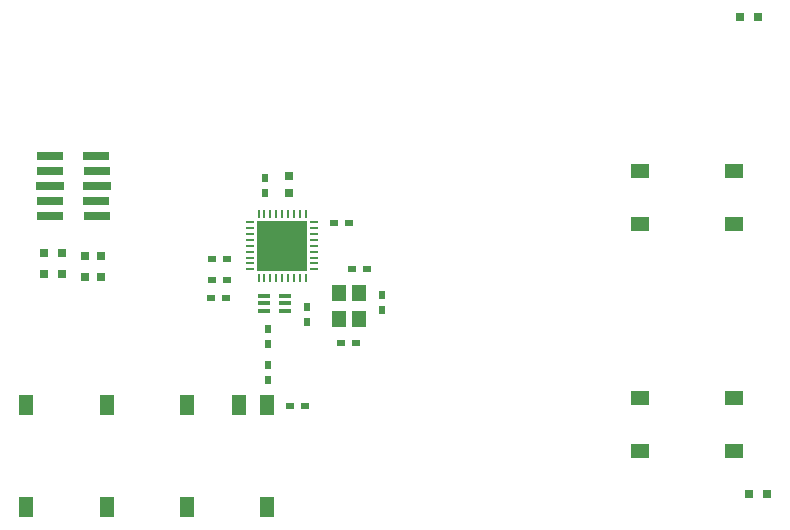
<source format=gbp>
*%FSLAX23Y23*%
*%MOIN*%
G01*
%ADD11C,0.000*%
%ADD12C,0.001*%
%ADD13C,0.002*%
%ADD14C,0.006*%
%ADD15C,0.007*%
%ADD16C,0.007*%
%ADD17C,0.008*%
%ADD18C,0.010*%
%ADD19C,0.012*%
%ADD20C,0.015*%
%ADD21C,0.018*%
%ADD22C,0.022*%
%ADD23C,0.024*%
%ADD24C,0.025*%
%ADD25C,0.029*%
%ADD26C,0.031*%
%ADD27C,0.031*%
%ADD28C,0.035*%
%ADD29C,0.035*%
%ADD30C,0.039*%
%ADD31C,0.039*%
%ADD32C,0.046*%
%ADD33C,0.047*%
%ADD34C,0.050*%
%ADD35C,0.051*%
%ADD36C,0.051*%
%ADD37C,0.054*%
%ADD38C,0.055*%
%ADD39C,0.058*%
%ADD40C,0.059*%
%ADD41C,0.059*%
%ADD42C,0.062*%
%ADD43C,0.067*%
%ADD44C,0.070*%
%ADD45C,0.074*%
%ADD46C,0.100*%
%ADD47C,0.108*%
%ADD48C,0.108*%
%ADD49C,0.120*%
%ADD50C,0.128*%
%ADD51C,0.128*%
%ADD52C,0.190*%
%ADD53C,0.194*%
%ADD54C,0.236*%
%ADD55C,0.240*%
%ADD56R,0.011X0.030*%
%ADD57R,0.012X0.030*%
%ADD58R,0.012X0.057*%
%ADD59R,0.014X0.033*%
%ADD60R,0.015X0.034*%
%ADD61R,0.016X0.034*%
%ADD62R,0.016X0.061*%
%ADD63R,0.018X0.037*%
%ADD64R,0.020X0.025*%
%ADD65R,0.021X0.021*%
%ADD66R,0.024X0.029*%
%ADD67R,0.025X0.020*%
%ADD68R,0.029X0.024*%
%ADD69R,0.030X0.011*%
%ADD70R,0.030X0.030*%
%ADD71R,0.031X0.031*%
%ADD72R,0.033X0.014*%
%ADD73R,0.034X0.015*%
%ADD74R,0.034X0.034*%
%ADD75R,0.035X0.035*%
%ADD76R,0.037X0.014*%
%ADD77R,0.037X0.018*%
%ADD78R,0.039X0.055*%
%ADD79R,0.039X0.014*%
%ADD80R,0.040X0.083*%
%ADD81R,0.041X0.018*%
%ADD82R,0.043X0.059*%
%ADD83R,0.043X0.018*%
%ADD84R,0.044X0.087*%
%ADD85R,0.047X0.055*%
%ADD86R,0.050X0.060*%
%ADD87R,0.051X0.071*%
%ADD88R,0.051X0.059*%
%ADD89R,0.054X0.064*%
%ADD90R,0.055X0.039*%
%ADD91R,0.055X0.075*%
%ADD92R,0.057X0.067*%
%ADD93R,0.059X0.043*%
%ADD94R,0.060X0.060*%
%ADD95R,0.061X0.024*%
%ADD96R,0.061X0.051*%
%ADD97R,0.061X0.071*%
%ADD98R,0.063X0.039*%
%ADD99R,0.063X0.126*%
%ADD100R,0.064X0.064*%
%ADD101R,0.065X0.028*%
%ADD102R,0.065X0.055*%
%ADD103R,0.067X0.043*%
%ADD104R,0.067X0.130*%
%ADD105R,0.085X0.030*%
%ADD106R,0.089X0.034*%
%ADD107R,0.094X0.030*%
%ADD108R,0.098X0.070*%
%ADD109R,0.098X0.034*%
%ADD110R,0.102X0.074*%
%ADD111R,0.104X0.104*%
%ADD112R,0.108X0.108*%
%ADD113R,0.134X0.059*%
%ADD114R,0.138X0.039*%
%ADD115R,0.138X0.063*%
%ADD116R,0.142X0.043*%
%ADD117R,0.169X0.169*%
%ADD118R,0.173X0.173*%
%ADD119R,0.250X0.250*%
D56*
X9436Y7840D02*
D03*
X9455D02*
D03*
X9475D02*
D03*
X9495D02*
D03*
X9514D02*
D03*
X9534D02*
D03*
X9554D02*
D03*
Y8054D02*
D03*
X9534D02*
D03*
X9514D02*
D03*
X9495D02*
D03*
X9475D02*
D03*
X9455D02*
D03*
X9436D02*
D03*
X9573Y7840D02*
D03*
X9593D02*
D03*
Y8054D02*
D03*
X9573D02*
D03*
D64*
X9456Y8123D02*
D03*
Y8173D02*
D03*
X9846Y7733D02*
D03*
Y7783D02*
D03*
X9596Y7743D02*
D03*
Y7693D02*
D03*
X9466Y7498D02*
D03*
Y7548D02*
D03*
Y7618D02*
D03*
Y7668D02*
D03*
D67*
X9738Y8023D02*
D03*
X9688D02*
D03*
X9796Y7868D02*
D03*
X9746D02*
D03*
X9711Y7623D02*
D03*
X9761D02*
D03*
X9541Y7413D02*
D03*
X9591D02*
D03*
X9278Y7773D02*
D03*
X9328D02*
D03*
X9331Y7833D02*
D03*
X9281D02*
D03*
X9331Y7903D02*
D03*
X9281D02*
D03*
D69*
X9407Y7907D02*
D03*
Y7927D02*
D03*
Y7947D02*
D03*
Y7966D02*
D03*
Y7986D02*
D03*
Y8006D02*
D03*
Y8025D02*
D03*
X9621Y7907D02*
D03*
Y7927D02*
D03*
Y7947D02*
D03*
Y7966D02*
D03*
Y7986D02*
D03*
Y8006D02*
D03*
Y8025D02*
D03*
X9407Y7888D02*
D03*
Y7868D02*
D03*
X9621D02*
D03*
Y7888D02*
D03*
D70*
X9536Y8178D02*
D03*
Y8123D02*
D03*
X8856Y7843D02*
D03*
X8911D02*
D03*
X8856Y7913D02*
D03*
X8911D02*
D03*
D71*
X11131Y7118D02*
D03*
X11071D02*
D03*
X11102Y8709D02*
D03*
X11042D02*
D03*
X8721Y7923D02*
D03*
X8781D02*
D03*
X8721Y7853D02*
D03*
X8781D02*
D03*
D79*
X9524Y7730D02*
D03*
Y7756D02*
D03*
Y7781D02*
D03*
X9453D02*
D03*
Y7756D02*
D03*
Y7730D02*
D03*
D85*
X9770Y7703D02*
D03*
X9703D02*
D03*
X9770Y7790D02*
D03*
X9703D02*
D03*
D87*
X9465Y7416D02*
D03*
X9370D02*
D03*
X9197D02*
D03*
X8929D02*
D03*
X8662D02*
D03*
Y7077D02*
D03*
X8929D02*
D03*
X9197D02*
D03*
X9465D02*
D03*
D96*
X11022Y7441D02*
D03*
X10707D02*
D03*
X11022Y7264D02*
D03*
X10707D02*
D03*
X11022Y8196D02*
D03*
X10707D02*
D03*
X11022Y8019D02*
D03*
X10707D02*
D03*
D105*
X8896Y8046D02*
D03*
X8895Y8096D02*
D03*
X8742Y8046D02*
D03*
Y8096D02*
D03*
X8896Y8196D02*
D03*
X8895Y8246D02*
D03*
X8742Y8196D02*
D03*
Y8246D02*
D03*
D107*
X8896Y8146D02*
D03*
X8742D02*
D03*
D117*
X9514Y7947D02*
D03*
M02*

</source>
